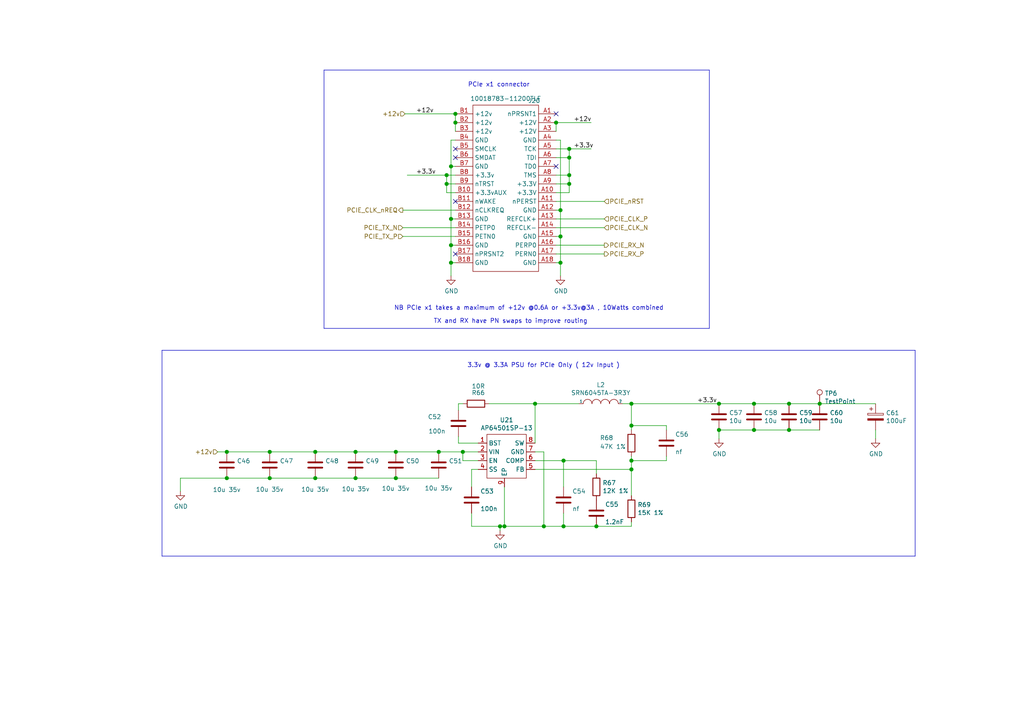
<source format=kicad_sch>
(kicad_sch (version 20230121) (generator eeschema)
  (paper "A4")
  (title_block (title "Compute Module 4 IO Board - PCIe") (rev "1") (company "© 2020-2022 Raspberry Pi Ltd (formerly Raspberry Pi (Trading) Ltd.)") (comment 1 "www.raspberrypi.com"))
  (lib_symbols
    (symbol "CM4IO:AP64351"
      (property "Reference" "U" (at 0 8.89 0))
      (property "Value" "AP64351" (at 1.27 6.35 0))
      (symbol "AP64351_0_1"
        (rectangle (start -5.08 5.08) (end 6.35 -7.62))
      )
      (symbol "AP64351_1_1"
        (pin passive line (at -7.62 2.54 0) (length 2.54) (name "BST") (number "1"))
        (pin power_in line (at -7.62 0 0) (length 2.54) (name "VIN") (number "2"))
        (pin input line (at -7.62 -2.54 0) (length 2.54) (name "EN") (number "3"))
        (pin input line (at -7.62 -5.08 0) (length 2.54) (name "SS") (number "4"))
        (pin input line (at 8.89 -5.08 180) (length 2.54) (name "FB") (number "5"))
        (pin input line (at 8.89 -2.54 180) (length 2.54) (name "COMP") (number "6"))
        (pin power_in line (at 8.89 0 180) (length 2.54) (name "GND") (number "7"))
        (pin output line (at 8.89 2.54 180) (length 2.54) (name "SW") (number "8"))
        (pin passive line (at 0 -10.16 90) (length 2.54) (name "EP") (number "9"))
      )
    )
    (symbol "CM4IO:PCIe-x1"
      (property "Reference" "J" (at -13.97 36.83 0))
      (property "Value" "PCIe-x1" (at -5.08 -13.97 0))
      (symbol "PCIe-x1_0_0"
        (pin passive line (at 10.16 33.02 180) (length 5.08) (name "nPRSNT1") (number "A1"))
        (pin power_in line (at 10.16 10.16 180) (length 5.08) (name "+3.3V") (number "A10"))
        (pin input line (at 10.16 7.62 180) (length 5.08) (name "nPERST") (number "A11"))
        (pin power_in line (at 10.16 5.08 180) (length 5.08) (name "GND") (number "A12"))
        (pin input line (at 10.16 2.54 180) (length 5.08) (name "REFCLK+") (number "A13"))
        (pin input line (at 10.16 0 180) (length 5.08) (name "REFCLK-") (number "A14"))
        (pin power_in line (at 10.16 -2.54 180) (length 5.08) (name "GND") (number "A15"))
        (pin output line (at 10.16 -5.08 180) (length 5.08) (name "PERP0") (number "A16"))
        (pin output line (at 10.16 -7.62 180) (length 5.08) (name "PERN0") (number "A17"))
        (pin power_in line (at 10.16 -10.16 180) (length 5.08) (name "GND") (number "A18"))
        (pin power_in line (at 10.16 30.48 180) (length 5.08) (name "+12V") (number "A2"))
        (pin power_in line (at 10.16 27.94 180) (length 5.08) (name "+12V") (number "A3"))
        (pin power_in line (at 10.16 25.4 180) (length 5.08) (name "GND") (number "A4"))
        (pin input line (at 10.16 22.86 180) (length 5.08) (name "TCK") (number "A5"))
        (pin input line (at 10.16 20.32 180) (length 5.08) (name "TDI") (number "A6"))
        (pin output line (at 10.16 17.78 180) (length 5.08) (name "TD0") (number "A7"))
        (pin input line (at 10.16 15.24 180) (length 5.08) (name "TMS") (number "A8"))
        (pin power_in line (at 10.16 12.7 180) (length 5.08) (name "+3.3V") (number "A9"))
        (pin power_in line (at -19.05 33.02 0) (length 5.08) (name "+12v") (number "B1"))
        (pin power_in line (at -19.05 10.16 0) (length 5.08) (name "+3.3vAUX") (number "B10"))
        (pin open_collector line (at -19.05 7.62 0) (length 5.08) (name "nWAKE") (number "B11"))
        (pin open_collector line (at -19.05 5.08 0) (length 5.08) (name "nCLKREQ") (number "B12"))
        (pin power_in line (at -19.05 2.54 0) (length 5.08) (name "GND") (number "B13"))
        (pin input line (at -19.05 0 0) (length 5.08) (name "PETP0") (number "B14"))
        (pin input line (at -19.05 -2.54 0) (length 5.08) (name "PETN0") (number "B15"))
        (pin power_in line (at -19.05 -5.08 0) (length 5.08) (name "GND") (number "B16"))
        (pin passive line (at -19.05 -7.62 0) (length 5.08) (name "nPRSNT2") (number "B17"))
        (pin power_in line (at -19.05 -10.16 0) (length 5.08) (name "GND") (number "B18"))
        (pin power_in line (at -19.05 30.48 0) (length 5.08) (name "+12v") (number "B2"))
        (pin power_in line (at -19.05 27.94 0) (length 5.08) (name "+12v") (number "B3"))
        (pin power_in line (at -19.05 25.4 0) (length 5.08) (name "GND") (number "B4"))
        (pin passive line (at -19.05 22.86 0) (length 5.08) (name "SMCLK") (number "B5"))
        (pin passive line (at -19.05 20.32 0) (length 5.08) (name "SMDAT") (number "B6"))
        (pin power_in line (at -19.05 17.78 0) (length 5.08) (name "GND") (number "B7"))
        (pin power_in line (at -19.05 15.24 0) (length 5.08) (name "+3.3v") (number "B8"))
        (pin input line (at -19.05 12.7 0) (length 5.08) (name "nTRST") (number "B9"))
      )
      (symbol "PCIe-x1_0_1"
        (rectangle (start -13.97 35.56) (end 5.08 -12.7))
      )
    )
    (symbol "Connector:TestPoint" (pin_numbers hide) (pin_names (offset 0.762) hide)
      (property "Reference" "TP" (at 0 6.858 0))
      (property "Value" "TestPoint" (at 0 5.08 0))
      (symbol "TestPoint_0_1"
        (circle (center 0 3.302) (radius 0.762))
      )
      (symbol "TestPoint_1_1"
        (pin passive line (at 0 0 90) (length 2.54) (name "1") (number "1"))
      )
    )
    (symbol "Device:C" (pin_numbers hide) (pin_names (offset 0.254))
      (property "Reference" "C" (at 0.635 2.54 0))
      (property "Value" "C" (at 0.635 -2.54 0))
      (symbol "C_0_1"
        (polyline (pts (xy -2.032 -0.762) (xy 2.032 -0.762)) (stroke (width 0.508)))
        (polyline (pts (xy -2.032 0.762) (xy 2.032 0.762)) (stroke (width 0.508)))
      )
      (symbol "C_1_1"
        (pin passive line (at 0 3.81 270) (length 2.794) (name "~") (number "1"))
        (pin passive line (at 0 -3.81 90) (length 2.794) (name "~") (number "2"))
      )
    )
    (symbol "Device:CP" (pin_numbers hide) (pin_names (offset 0.254))
      (property "Reference" "C" (at 0.635 2.54 0))
      (property "Value" "CP" (at 0.635 -2.54 0))
      (symbol "CP_0_1"
        (rectangle (start -2.286 0.508) (end 2.286 1.016))
        (polyline (pts (xy -1.778 2.286) (xy -0.762 2.286)))
        (polyline (pts (xy -1.27 2.794) (xy -1.27 1.778)))
        (rectangle (start 2.286 -0.508) (end -2.286 -1.016) (fill (type outline)))
      )
      (symbol "CP_1_1"
        (pin passive line (at 0 3.81 270) (length 2.794) (name "~") (number "1"))
        (pin passive line (at 0 -3.81 90) (length 2.794) (name "~") (number "2"))
      )
    )
    (symbol "Device:R" (pin_numbers hide) (pin_names (offset 0))
      (property "Reference" "R" (at 2.032 0 90))
      (property "Value" "R" (at 0 0 90))
      (symbol "R_0_1"
        (rectangle (start -1.016 -2.54) (end 1.016 2.54) (stroke (width 0.254)))
      )
      (symbol "R_1_1"
        (pin passive line (at 0 3.81 270) (length 1.27) (name "~") (number "1"))
        (pin passive line (at 0 -3.81 90) (length 1.27) (name "~") (number "2"))
      )
    )
    (symbol "power:GND" (power) (pin_names (offset 0))
      (property "Value" "GND" (at 0 -3.81 0))
      (symbol "GND_0_1"
        (polyline (pts (xy 0 0) (xy 0 -1.27) (xy 1.27 -1.27) (xy 0 -2.54) (xy -1.27 -1.27) (xy 0 -1.27)))
      )
      (symbol "GND_1_1"
        (pin power_in line (at 0 0 270) (length 0) hide (name "GND") (number "1"))
      )
    )
    (symbol "pspice:INDUCTOR" (pin_numbers hide) (pin_names (offset 0))
      (property "Reference" "L" (at 0 2.54 0))
      (property "Value" "INDUCTOR" (at 0 -1.27 0))
      (symbol "INDUCTOR_0_1"
        (arc (start -2.54 0) (mid -3.81 1.2645) (end -5.08 0))
        (arc (start 0 0) (mid -1.27 1.2645) (end -2.54 0))
        (arc (start 2.54 0) (mid 1.27 1.2645) (end 0 0))
        (arc (start 5.08 0) (mid 3.81 1.2645) (end 2.54 0))
      )
      (symbol "INDUCTOR_1_1"
        (pin input line (at -6.35 0 0) (length 1.27) (name "1") (number "1"))
        (pin input line (at 6.35 0 180) (length 1.27) (name "2") (number "2"))
      )
    )
  )
  (junction (at 157.734 152.654) (diameter 1.016))
  (junction (at 162.56 60.96) (diameter 1.016))
  (junction (at 163.449 152.654) (diameter 1.016))
  (junction (at 162.56 76.2) (diameter 1.016))
  (junction (at 130.81 76.2) (diameter 1.016))
  (junction (at 228.854 124.714) (diameter 1.016))
  (junction (at 145.034 152.654) (diameter 1.016))
  (junction (at 114.808 131.064) (diameter 1.016))
  (junction (at 127.254 131.064) (diameter 1.016))
  (junction (at 218.694 117.094) (diameter 1.016))
  (junction (at 165.1 50.8) (diameter 1.016))
  (junction (at 91.44 131.064) (diameter 1.016))
  (junction (at 130.81 63.5) (diameter 1.016))
  (junction (at 183.134 136.144) (diameter 1.016))
  (junction (at 114.808 138.684) (diameter 1.016))
  (junction (at 78.232 131.064) (diameter 1.016))
  (junction (at 146.304 152.654) (diameter 1.016))
  (junction (at 65.786 138.684) (diameter 1.016))
  (junction (at 103.124 138.684) (diameter 1.016))
  (junction (at 65.786 131.064) (diameter 1.016))
  (junction (at 228.854 117.094) (diameter 1.016))
  (junction (at 208.534 124.714) (diameter 1.016))
  (junction (at 155.194 117.094) (diameter 1.016))
  (junction (at 172.974 152.654) (diameter 1.016))
  (junction (at 132.08 33.02) (diameter 1.016))
  (junction (at 218.694 124.714) (diameter 1.016))
  (junction (at 103.124 131.064) (diameter 1.016))
  (junction (at 132.08 35.56) (diameter 1.016))
  (junction (at 162.56 68.58) (diameter 1.016))
  (junction (at 78.232 138.684) (diameter 1.016))
  (junction (at 183.134 133.604) (diameter 1.016))
  (junction (at 208.534 117.094) (diameter 1.016))
  (junction (at 129.54 50.8) (diameter 1.016))
  (junction (at 183.134 117.094) (diameter 1.016))
  (junction (at 165.1 43.18) (diameter 1.016))
  (junction (at 91.44 138.684) (diameter 1.016))
  (junction (at 134.239 131.064) (diameter 1.016))
  (junction (at 129.54 53.34) (diameter 1.016))
  (junction (at 165.1 53.34) (diameter 1.016))
  (junction (at 165.1 45.72) (diameter 1.016))
  (junction (at 163.449 133.604) (diameter 1.016))
  (junction (at 161.29 35.56) (diameter 1.016))
  (junction (at 183.134 123.444) (diameter 1.016))
  (junction (at 130.81 71.12) (diameter 1.016))
  (junction (at 237.744 117.094) (diameter 1.016))
  (junction (at 130.81 48.26) (diameter 1.016))
  (no_connect (at 132.08 73.66))
  (no_connect (at 132.08 43.18))
  (no_connect (at 161.29 33.02))
  (no_connect (at 161.29 48.26))
  (no_connect (at 132.08 45.72))
  (no_connect (at 132.08 58.42))
  (wire (pts (xy 91.44 138.684) (xy 103.124 138.684)))
  (wire (pts (xy 161.29 38.1) (xy 161.29 35.56)))
  (wire (pts (xy 127.254 131.064) (xy 134.239 131.064)))
  (wire (pts (xy 163.449 133.604) (xy 163.449 141.224)))
  (wire (pts (xy 132.969 117.094) (xy 134.239 117.094)))
  (wire (pts (xy 183.134 123.444) (xy 193.294 123.444)))
  (wire (pts (xy 161.29 43.18) (xy 165.1 43.18)))
  (wire (pts (xy 132.08 38.1) (xy 132.08 35.56)))
  (wire (pts (xy 183.134 136.144) (xy 183.134 143.764)))
  (wire (pts (xy 163.449 152.654) (xy 172.974 152.654)))
  (wire (pts (xy 136.779 136.144) (xy 136.779 141.224)))
  (wire (pts (xy 161.29 63.5) (xy 175.26 63.5)))
  (wire (pts (xy 130.81 63.5) (xy 130.81 71.12)))
  (wire (pts (xy 132.969 118.999) (xy 132.969 117.094)))
  (wire (pts (xy 130.81 76.2) (xy 130.81 80.01)))
  (wire (pts (xy 183.134 117.094) (xy 208.534 117.094)))
  (wire (pts (xy 134.239 133.604) (xy 138.684 133.604)))
  (wire (pts (xy 130.81 71.12) (xy 130.81 76.2)))
  (wire (pts (xy 132.08 71.12) (xy 130.81 71.12)))
  (wire (pts (xy 180.594 117.094) (xy 183.134 117.094)))
  (polyline (pts (xy 93.98 95.25) (xy 93.98 20.32)) (stroke (width 0) (type solid)))
  (wire (pts (xy 193.294 133.604) (xy 193.294 132.334)))
  (wire (pts (xy 162.56 76.2) (xy 162.56 80.01)))
  (wire (pts (xy 155.194 133.604) (xy 163.449 133.604)))
  (wire (pts (xy 136.779 148.844) (xy 136.779 152.654)))
  (wire (pts (xy 52.324 138.684) (xy 52.324 142.494)))
  (wire (pts (xy 183.134 133.604) (xy 193.294 133.604)))
  (wire (pts (xy 161.29 55.88) (xy 165.1 55.88)))
  (wire (pts (xy 193.294 123.444) (xy 193.294 124.714)))
  (wire (pts (xy 129.54 53.34) (xy 129.54 55.88)))
  (wire (pts (xy 161.29 66.04) (xy 175.26 66.04)))
  (wire (pts (xy 162.56 60.96) (xy 162.56 68.58)))
  (wire (pts (xy 161.29 45.72) (xy 165.1 45.72)))
  (wire (pts (xy 218.694 117.094) (xy 228.854 117.094)))
  (wire (pts (xy 161.29 35.56) (xy 171.45 35.56)))
  (wire (pts (xy 129.54 50.8) (xy 132.08 50.8)))
  (wire (pts (xy 162.56 76.2) (xy 161.29 76.2)))
  (wire (pts (xy 161.29 73.66) (xy 175.26 73.66)))
  (wire (pts (xy 155.194 117.094) (xy 167.894 117.094)))
  (wire (pts (xy 162.56 68.58) (xy 162.56 76.2)))
  (wire (pts (xy 114.808 131.064) (xy 127.254 131.064)))
  (wire (pts (xy 218.694 124.714) (xy 208.534 124.714)))
  (wire (pts (xy 65.786 138.684) (xy 78.232 138.684)))
  (wire (pts (xy 78.232 131.064) (xy 91.44 131.064)))
  (wire (pts (xy 161.29 60.96) (xy 162.56 60.96)))
  (wire (pts (xy 172.974 152.654) (xy 183.134 152.654)))
  (wire (pts (xy 157.734 131.064) (xy 157.734 152.654)))
  (wire (pts (xy 155.194 117.094) (xy 155.194 128.524)))
  (wire (pts (xy 183.134 133.604) (xy 183.134 136.144)))
  (wire (pts (xy 132.08 60.96) (xy 116.84 60.96)))
  (wire (pts (xy 183.134 132.334) (xy 183.134 133.604)))
  (polyline (pts (xy 265.43 101.6) (xy 265.43 161.29)) (stroke (width 0) (type solid)))
  (polyline (pts (xy 93.98 20.32) (xy 205.74 20.32)) (stroke (width 0) (type solid)))
  (wire (pts (xy 183.134 117.094) (xy 183.134 123.444)))
  (wire (pts (xy 237.744 117.094) (xy 253.9492 117.094)))
  (wire (pts (xy 129.54 55.88) (xy 132.08 55.88)))
  (wire (pts (xy 165.1 55.88) (xy 165.1 53.34)))
  (wire (pts (xy 132.08 35.56) (xy 132.08 33.02)))
  (wire (pts (xy 163.449 148.844) (xy 163.449 152.654)))
  (polyline (pts (xy 46.99 101.6) (xy 265.43 101.6)) (stroke (width 0) (type solid)))
  (wire (pts (xy 157.734 152.654) (xy 163.449 152.654)))
  (wire (pts (xy 183.134 123.444) (xy 183.134 124.714)))
  (wire (pts (xy 134.239 131.064) (xy 134.239 133.604)))
  (wire (pts (xy 130.81 40.64) (xy 130.81 48.26)))
  (wire (pts (xy 130.81 48.26) (xy 130.81 63.5)))
  (wire (pts (xy 129.54 53.34) (xy 132.08 53.34)))
  (wire (pts (xy 132.08 63.5) (xy 130.81 63.5)))
  (wire (pts (xy 132.969 128.524) (xy 138.684 128.524)))
  (wire (pts (xy 163.449 133.604) (xy 172.974 133.604)))
  (wire (pts (xy 145.034 152.654) (xy 146.304 152.654)))
  (wire (pts (xy 65.786 131.064) (xy 78.232 131.064)))
  (wire (pts (xy 228.854 117.094) (xy 237.744 117.094)))
  (wire (pts (xy 138.684 136.144) (xy 136.779 136.144)))
  (wire (pts (xy 118.11 50.8) (xy 129.54 50.8)))
  (wire (pts (xy 132.969 126.619) (xy 132.969 128.524)))
  (wire (pts (xy 161.29 40.64) (xy 162.56 40.64)))
  (wire (pts (xy 63.119 131.064) (xy 65.786 131.064)))
  (wire (pts (xy 114.808 138.684) (xy 127.254 138.684)))
  (wire (pts (xy 117.475 33.02) (xy 132.08 33.02)))
  (polyline (pts (xy 46.99 101.6) (xy 46.99 161.29)) (stroke (width 0) (type solid)))
  (wire (pts (xy 208.534 117.094) (xy 218.694 117.094)))
  (wire (pts (xy 161.29 50.8) (xy 165.1 50.8)))
  (wire (pts (xy 132.08 40.64) (xy 130.81 40.64)))
  (wire (pts (xy 165.1 43.18) (xy 165.1 45.72)))
  (wire (pts (xy 237.744 124.714) (xy 228.854 124.714)))
  (polyline (pts (xy 205.74 20.32) (xy 205.74 95.25)) (stroke (width 0) (type solid)))
  (wire (pts (xy 165.1 45.72) (xy 165.1 50.8)))
  (wire (pts (xy 253.9492 124.714) (xy 253.9492 127.254)))
  (wire (pts (xy 52.324 138.684) (xy 65.786 138.684)))
  (wire (pts (xy 129.54 50.8) (xy 129.54 53.34)))
  (wire (pts (xy 146.304 141.224) (xy 146.304 152.654)))
  (wire (pts (xy 103.124 131.064) (xy 114.808 131.064)))
  (wire (pts (xy 183.134 152.654) (xy 183.134 151.384)))
  (wire (pts (xy 136.779 152.654) (xy 145.034 152.654)))
  (wire (pts (xy 132.08 68.58) (xy 116.84 68.58)))
  (wire (pts (xy 208.534 124.714) (xy 208.534 127.254)))
  (wire (pts (xy 155.194 131.064) (xy 157.734 131.064)))
  (wire (pts (xy 78.232 138.684) (xy 91.44 138.684)))
  (wire (pts (xy 165.1 43.18) (xy 171.45 43.18)))
  (wire (pts (xy 145.034 153.924) (xy 145.034 152.654)))
  (wire (pts (xy 228.854 124.714) (xy 218.694 124.714)))
  (wire (pts (xy 161.29 68.58) (xy 162.56 68.58)))
  (wire (pts (xy 103.124 138.684) (xy 114.808 138.684)))
  (wire (pts (xy 172.974 137.414) (xy 172.974 133.604)))
  (wire (pts (xy 91.44 131.064) (xy 103.124 131.064)))
  (wire (pts (xy 162.56 40.64) (xy 162.56 60.96)))
  (wire (pts (xy 132.08 48.26) (xy 130.81 48.26)))
  (wire (pts (xy 146.304 152.654) (xy 157.734 152.654)))
  (polyline (pts (xy 205.74 95.25) (xy 93.98 95.25)) (stroke (width 0) (type solid)))
  (wire (pts (xy 132.08 66.04) (xy 116.84 66.04)))
  (wire (pts (xy 161.29 71.12) (xy 175.26 71.12)))
  (wire (pts (xy 130.81 76.2) (xy 132.08 76.2)))
  (polyline (pts (xy 265.43 161.29) (xy 46.99 161.29)) (stroke (width 0) (type solid)))
  (wire (pts (xy 141.859 117.094) (xy 155.194 117.094)))
  (wire (pts (xy 165.1 50.8) (xy 165.1 53.34)))
  (wire (pts (xy 161.29 53.34) (xy 165.1 53.34)))
  (wire (pts (xy 155.194 136.144) (xy 183.134 136.144)))
  (wire (pts (xy 134.239 131.064) (xy 138.684 131.064)))
  (wire (pts (xy 161.29 58.42) (xy 175.26 58.42)))
  (text "TX and RX have PN swaps to improve routing\n" (at 125.73 93.98 0) (effects (font (size 1.27 1.27)) (justify left bottom)))
  (text "PCIe x1 connector" (at 153.67 25.4 0) (effects (font (size 1.27 1.27)) (justify right bottom)))
  (text "3.3v @ 3.3A PSU for PCIe Only ( 12v Input )\n\n" (at 135.509 108.839 0) (effects (font (size 1.27 1.27)) (justify left bottom)))
  (text "NB PCIe x1 takes a maximum of +12v @0.6A or +3.3v@3A , 10Watts combined" (at 114.3 90.17 0) (effects (font (size 1.27 1.27)) (justify left bottom)))
  (label "+12v" (at 120.65 33.02 0))
  (label "+3.3v" (at 120.65 50.8 0))
  (label "+3.3v" (at 166.37 43.18 0))
  (label "+3.3v" (at 202.184 117.094 0))
  (label "+12v" (at 166.37 35.56 0))
  (hierarchical_label "PCIE_RX_P" (shape output) (at 175.26 73.66 0))
  (hierarchical_label "PCIE_CLK_P" (shape input) (at 175.26 63.5 0))
  (hierarchical_label "PCIE_RX_N" (shape output) (at 175.26 71.12 0))
  (hierarchical_label "PCIE_nRST" (shape input) (at 175.26 58.42 0))
  (hierarchical_label "PCIE_CLK_N" (shape input) (at 175.26 66.04 0))
  (hierarchical_label "+12v" (shape input) (at 63.119 131.064 180))
  (hierarchical_label "+12v" (shape input) (at 117.475 33.02 180))
  (hierarchical_label "PCIE_CLK_nREQ" (shape output) (at 116.84 60.96 180))
  (hierarchical_label "PCIE_TX_N" (shape input) (at 116.84 66.04 180))
  (hierarchical_label "PCIE_TX_P" (shape input) (at 116.84 68.58 180))
  (symbol (lib_id "power:GND") (at 130.81 80.01 0) (unit 1)
    (property "Reference" "#PWR015" (effects hide))
    (property "Value" "GND" (at 130.937 84.4042 0))
    (instances (project "GR-LRR-CONTROL-PCB" (path "" (reference "#PWR065") (unit 1))))
  )
  (symbol (lib_id "power:GND") (at 52.324 142.494 0) (unit 1)
    (property "Reference" "#PWR04" (effects hide))
    (property "Value" "GND" (at 52.451 146.8882 0))
    (instances (project "GR-LRR-CONTROL-PCB" (path "" (reference "#PWR064") (unit 1))))
  )
  (symbol (lib_id "Device:C") (at 208.534 120.904 0) (unit 1)
    (property "Reference" "C30" (at 211.455 119.7356 0) (effects (justify left)))
    (property "Value" "10u" (at 211.455 122.047 0) (effects (justify left)))
    (property "Footprint" "Capacitor_SMD:C_0805_2012Metric" (effects hide))
    (property "Datasheet" "https://search.murata.co.jp/Ceramy/image/img/A01X/G101/ENG/GRM21BR71A106KA73-01.pdf" (effects hide))
    (property "Field5" "490-14381-1-ND" (effects hide))
    (property "Field4" "Digikey" (effects hide))
    (property "Field6" "GRM21BR71A106KA73L" (effects hide))
    (property "Field7" "Murata" (effects hide))
    (property "Part Description" "	10uF 10% 10V Ceramic Capacitor X7R 0805 (2012 Metric)" (effects hide))
    (property "Field8" "111893011" (effects hide))
    (instances (project "GR-LRR-CONTROL-PCB" (path "" (reference "C57") (unit 1))))
  )
  (symbol (lib_id "Device:C") (at 218.694 120.904 0) (unit 1)
    (property "Reference" "C31" (at 221.615 119.7356 0) (effects (justify left)))
    (property "Value" "10u" (at 221.615 122.047 0) (effects (justify left)))
    (property "Footprint" "Capacitor_SMD:C_0805_2012Metric" (effects hide))
    (property "Datasheet" "https://search.murata.co.jp/Ceramy/image/img/A01X/G101/ENG/GRM21BR71A106KA73-01.pdf" (effects hide))
    (property "Field5" "490-14381-1-ND" (effects hide))
    (property "Field4" "Digikey" (effects hide))
    (property "Field6" "GRM21BR71A106KA73L" (effects hide))
    (property "Field7" "Murata" (effects hide))
    (property "Part Description" "	10uF 10% 10V Ceramic Capacitor X7R 0805 (2012 Metric)" (effects hide))
    (property "Field8" "111893011" (effects hide))
    (instances (project "GR-LRR-CONTROL-PCB" (path "" (reference "C58") (unit 1))))
  )
  (symbol (lib_id "Device:C") (at 228.854 120.904 0) (unit 1)
    (property "Reference" "C32" (at 231.775 119.7356 0) (effects (justify left)))
    (property "Value" "10u" (at 231.775 122.047 0) (effects (justify left)))
    (property "Footprint" "Capacitor_SMD:C_0805_2012Metric" (effects hide))
    (property "Datasheet" "https://search.murata.co.jp/Ceramy/image/img/A01X/G101/ENG/GRM21BR71A106KA73-01.pdf" (effects hide))
    (property "Field5" "490-14381-1-ND" (effects hide))
    (property "Field4" "Digikey" (effects hide))
    (property "Field6" "GRM21BR71A106KA73L" (effects hide))
    (property "Field7" "Murata" (effects hide))
    (property "Part Description" "	10uF 10% 10V Ceramic Capacitor X7R 0805 (2012 Metric)" (effects hide))
    (property "Field8" "111893011" (effects hide))
    (instances (project "GR-LRR-CONTROL-PCB" (path "" (reference "C59") (unit 1))))
  )
  (symbol (lib_id "Device:C") (at 237.744 120.904 0) (unit 1)
    (property "Reference" "C33" (at 240.665 119.7356 0) (effects (justify left)))
    (property "Value" "10u" (at 240.665 122.047 0) (effects (justify left)))
    (property "Footprint" "Capacitor_SMD:C_0805_2012Metric" (effects hide))
    (property "Datasheet" "https://search.murata.co.jp/Ceramy/image/img/A01X/G101/ENG/GRM21BR71A106KA73-01.pdf" (effects hide))
    (property "Field5" "490-14381-1-ND" (effects hide))
    (property "Field4" "Digikey" (effects hide))
    (property "Field6" "GRM21BR71A106KA73L" (effects hide))
    (property "Field7" "Murata" (effects hide))
    (property "Part Description" "	10uF 10% 10V Ceramic Capacitor X7R 0805 (2012 Metric)" (effects hide))
    (property "Field8" "111893011" (effects hide))
    (instances (project "GR-LRR-CONTROL-PCB" (path "" (reference "C60") (unit 1))))
  )
  (symbol (lib_id "power:GND") (at 162.56 80.01 0) (unit 1)
    (property "Reference" "#PWR020" (effects hide))
    (property "Value" "GND" (at 162.687 84.4042 0))
    (instances (project "GR-LRR-CONTROL-PCB" (path "" (reference "#PWR067") (unit 1))))
  )
  (symbol (lib_id "Device:R") (at 183.134 147.574 0) (unit 1)
    (property "Reference" "R30" (at 184.912 146.4056 0) (effects (justify left)))
    (property "Value" "15K 1%" (at 184.912 148.717 0) (effects (justify left)))
    (property "Footprint" "Resistor_SMD:R_0402_1005Metric" (effects hide))
    (property "Datasheet" "https://fscdn.rohm.com/en/products/databook/datasheet/passive/resistor/chip_resistor/mcr-e.pdf" (effects hide))
    (property "Field4" "Farnell" (effects hide))
    (property "Field5" "9239375" (effects hide))
    (property "Field6" "MCR01MZPF1502" (effects hide))
    (property "Field7" "Rohm" (effects hide))
    (property "Part Description" "Resistor 15K M1005 1% 63mW" (effects hide))
    (property "Field8" "120891581" (effects hide))
    (instances (project "GR-LRR-CONTROL-PCB" (path "" (reference "R69") (unit 1))))
  )
  (symbol (lib_id "Device:C") (at 172.974 148.844 0) (unit 1)
    (property "Reference" "C64" (at 175.514 146.304 0) (effects (justify left)))
    (property "Value" "1.2nF" (at 175.514 151.384 0) (effects (justify left)))
    (property "Footprint" "Capacitor_SMD:C_0402_1005Metric" (effects hide))
    (property "Datasheet" "http://www.farnell.com/datasheets/2734135.pdf?_ga=2.259347658.1738794919.1588350964-1787849031.1568210898&_gac=1.15394434.1588350964.EAIaIQobChMIgrHHs4yT6QIVxevtCh39TA_nEAAYASAAEgK8PfD_BwE" (effects hide))
    (property "Field4" "Digikey" (effects hide))
    (property "Field5" "490-16429-1-ND" (effects hide))
    (property "Field6" "GCM155R71H122KA37D" (effects hide))
    (property "Field7" "Murata" (effects hide))
    (property "Part Description" "1200pF 10% 10V Ceramic Capacitor X5R 0402 (1005 Metric)" (effects hide))
    (instances (project "GR-LRR-CONTROL-PCB" (path "" (reference "C55") (unit 1))))
  )
  (symbol (lib_id "Device:C") (at 163.449 145.034 0) (unit 1)
    (property "Reference" "C63" (at 165.989 142.494 0) (effects (justify left)))
    (property "Value" "nf" (at 165.989 147.574 0) (effects (justify left)))
    (property "Footprint" "Capacitor_SMD:C_0402_1005Metric" (effects hide))
    (instances (project "GR-LRR-CONTROL-PCB" (path "" (reference "C54") (unit 1))))
  )
  (symbol (lib_id "CM4IO:AP64351") (at 146.304 131.064 0) (unit 1)
    (property "Reference" "U15" (at 146.939 121.8184 0))
    (property "Value" "AP64501SP-13" (at 146.939 124.1298 0))
    (property "Footprint" "CM4IO:SOIC-8-1EP_3.9x4.9mm_P1.27mm_EP2.95x4.9mm_Mask2.71x3.4mm_ThermalVias" (effects hide))
    (property "Datasheet" "https://www.diodes.com/assets/Datasheets/AP64501.pdf" (effects hide))
    (property "Field4" "Digikey" (effects hide))
    (property "Field5" "31-AP64501SP-13CT-ND" (effects hide))
    (property "Field6" "AP64501SP-13" (effects hide))
    (property "Field7" "Diodes" (effects hide))
    (property "Part Description" "Buck Switching Regulator IC Positive Adjustable 0.8V 1 Output 5A 8-SOIC (0.154\", 3.90mm Width) Exposed Pad" (effects hide))
    (instances (project "GR-LRR-CONTROL-PCB" (path "" (reference "U21") (unit 1))))
  )
  (symbol (lib_id "Device:C") (at 132.969 122.809 0) (unit 1)
    (property "Reference" "C29" (at 124.079 120.904 0) (effects (justify left)))
    (property "Value" "100n" (at 124.2314 125.0696 0) (effects (justify left)))
    (property "Footprint" "Capacitor_SMD:C_0402_1005Metric" (effects hide))
    (property "Datasheet" "https://search.murata.co.jp/Ceramy/image/img/A01X/G101/ENG/GRM155R71C104KA88-01.pdf" (effects hide))
    (property "Field4" "Farnell" (effects hide))
    (property "Field5" "2611911" (effects hide))
    (property "Field6" "RM EMK105 B7104KV-F" (effects hide))
    (property "Field7" "TAIYO YUDEN EUROPE GMBH" (effects hide))
    (property "Part Description" "	0.1uF 10% 16V Ceramic Capacitor X7R 0402 (1005 Metric)" (effects hide))
    (property "Field8" "110091611" (effects hide))
    (instances (project "GR-LRR-CONTROL-PCB" (path "" (reference "C52") (unit 1))))
  )
  (symbol (lib_id "Device:C") (at 136.779 145.034 0) (unit 1)
    (property "Reference" "C62" (at 139.319 142.494 0) (effects (justify left)))
    (property "Value" "100n" (at 139.319 147.574 0) (effects (justify left)))
    (property "Footprint" "Capacitor_SMD:C_0402_1005Metric" (effects hide))
    (property "Datasheet" "https://search.murata.co.jp/Ceramy/image/img/A01X/G101/ENG/GRM155R71C104KA88-01.pdf" (effects hide))
    (property "Field4" "Farnell" (effects hide))
    (property "Field5" "2611911" (effects hide))
    (property "Field6" "RM EMK105 B7104KV-F" (effects hide))
    (property "Field7" "TAIYO YUDEN EUROPE GMBH" (effects hide))
    (property "Part Description" "	0.1uF 10% 16V Ceramic Capacitor X7R 0402 (1005 Metric)" (effects hide))
    (property "Field8" "110091611" (effects hide))
    (instances (project "GR-LRR-CONTROL-PCB" (path "" (reference "C53") (unit 1))))
  )
  (symbol (lib_id "power:GND") (at 145.034 153.924 0) (unit 1)
    (property "Reference" "#PWR016" (effects hide))
    (property "Value" "GND" (at 145.161 158.3182 0))
    (instances (project "GR-LRR-CONTROL-PCB" (path "" (reference "#PWR066") (unit 1))))
  )
  (symbol (lib_id "Device:R") (at 138.049 117.094 270) (unit 1)
    (property "Reference" "R22" (at 136.779 113.919 90) (effects (justify left)))
    (property "Value" "10R" (at 136.779 112.014 90) (effects (justify left)))
    (property "Footprint" "Resistor_SMD:R_0402_1005Metric" (effects hide))
    (property "Datasheet" "https://fscdn.rohm.com/en/products/databook/datasheet/passive/resistor/chip_resistor/mcr-e.pdf" (effects hide))
    (property "Field4" "Farnell" (effects hide))
    (property "Field5" "9238999" (effects hide))
    (property "Field7" "Yageo" (effects hide))
    (property "Field6" "RC0402FR-0710RL" (effects hide))
    (property "Field8" "URES00256" (effects hide))
    (property "Part Description" "Resistor 10R M1005 1% 63mW" (effects hide))
    (instances (project "GR-LRR-CONTROL-PCB" (path "" (reference "R66") (unit 1))))
  )
  (symbol (lib_id "Device:C") (at 193.294 128.524 0) (unit 1)
    (property "Reference" "C65" (at 195.834 125.984 0) (effects (justify left)))
    (property "Value" "nf" (at 195.834 131.064 0) (effects (justify left)))
    (property "Footprint" "Capacitor_SMD:C_0402_1005Metric" (effects hide))
    (property "Datasheet" "https://search.murata.co.jp/Ceramy/image/img/A01X/G101/ENG/GJM1555C1H270JB01-01.pdf" (effects hide))
    (property "Field4" "Digikey" (effects hide))
    (property "Field5" "	490-17672-2-ND" (effects hide))
    (property "Field6" "GJM1555C1H270JB01D" (effects hide))
    (property "Field7" "Murata" (effects hide))
    (property "Part Description" "	27pF 5% 50V Ceramic Capacitor C0G, NP0 0402 (1005 Metric)" (effects hide))
    (instances (project "GR-LRR-CONTROL-PCB" (path "" (reference "C56") (unit 1))))
  )
  (symbol (lib_id "pspice:INDUCTOR") (at 174.244 117.094 0) (unit 1)
    (property "Reference" "L3" (at 174.244 111.633 0))
    (property "Value" "SRN6045TA-3R3Y" (at 174.244 113.9444 0))
    (property "Footprint" "Inductor_SMD:L_Bourns_SRN6045TA" (effects hide))
    (property "Datasheet" "https://www.bourns.com/docs/Product-Datasheets/SRN6045TA.pdf" (effects hide))
    (property "Field4" "Farnell" (effects hide))
    (property "Field5" "2616889" (effects hide))
    (property "Field6" "SRN6045TA-3R3Y" (effects hide))
    (property "Field7" "Bourns" (effects hide))
    (property "Part Description" "3.3µH Semi-Shielded Wirewound Inductor 7.8A 21mOhm Nonstandard" (effects hide))
    (instances (project "GR-LRR-CONTROL-PCB" (path "" (reference "L2") (unit 1))))
  )
  (symbol (lib_id "Device:R") (at 172.974 141.224 0) (unit 1)
    (property "Reference" "R23" (at 174.752 140.0556 0) (effects (justify left)))
    (property "Value" "12K 1%" (at 174.752 142.367 0) (effects (justify left)))
    (property "Footprint" "Resistor_SMD:R_0402_1005Metric" (effects hide))
    (property "Datasheet" "https://fscdn.rohm.com/en/products/databook/datasheet/passive/resistor/chip_resistor/mcr-e.pdf" (effects hide))
    (property "Field4" "Farnell" (effects hide))
    (property "Field5" "9239367" (effects hide))
    (property "Field7" "Rohm" (effects hide))
    (property "Field6" "MCR01MZPF1202" (effects hide))
    (property "Part Description" "Resistor 12K M1005 1% 63mW" (effects hide))
    (instances (project "GR-LRR-CONTROL-PCB" (path "" (reference "R67") (unit 1))))
  )
  (symbol (lib_id "Device:R") (at 183.134 128.524 0) (unit 1)
    (property "Reference" "R24" (at 173.99 127 0) (effects (justify left)))
    (property "Value" "47K 1%" (at 173.99 129.54 0) (effects (justify left)))
    (property "Footprint" "Resistor_SMD:R_0402_1005Metric" (effects hide))
    (property "Datasheet" "https://fscdn.rohm.com/en/products/databook/datasheet/passive/resistor/chip_resistor/mcr-e.pdf" (effects hide))
    (property "Field4" "Farnell" (effects hide))
    (property "Field5" "9239430" (effects hide))
    (property "Field7" "KOA EUROPE GMBH" (effects hide))
    (property "Field6" "RK73G1ETQTP4702D  " (effects hide))
    (property "Part Description" "Resistor 47K M1005 1% 63mW" (effects hide))
    (property "Field8" "120892781" (effects hide))
    (instances (project "GR-LRR-CONTROL-PCB" (path "" (reference "R68") (unit 1))))
  )
  (symbol (lib_id "power:GND") (at 208.534 127.254 0) (unit 1)
    (property "Reference" "#PWR022" (effects hide))
    (property "Value" "GND" (at 208.661 131.6482 0))
    (instances (project "GR-LRR-CONTROL-PCB" (path "" (reference "#PWR068") (unit 1))))
  )
  (symbol (lib_id "Connector:TestPoint") (at 237.744 117.094 0) (unit 1)
    (property "Reference" "TP1" (at 239.2172 114.0968 0) (effects (justify left)))
    (property "Value" "TestPoint" (at 239.2172 116.4082 0) (effects (justify left)))
    (property "Footprint" "TestPoint:TestPoint_Pad_2.0x2.0mm" (effects hide))
    (property "Field4" "nf" (effects hide))
    (property "Field5" "nf" (effects hide))
    (property "Field6" "nf" (effects hide))
    (property "Field7" "nf" (effects hide))
    (instances (project "GR-LRR-CONTROL-PCB" (path "" (reference "TP6") (unit 1))))
  )
  (symbol (lib_id "Device:CP") (at 253.9492 120.904 0) (unit 1)
    (property "Reference" "C45" (at 256.9466 119.7614 0) (effects (justify left)))
    (property "Value" "100uF" (at 256.946 122.047 0) (effects (justify left)))
    (property "Footprint" "Capacitor_Tantalum_SMD:CP_EIA-7343-31_Kemet-D" (effects hide))
    (property "Field4" "Mouser" (effects hide))
    (property "Field5" "667-EEF-CX0J101R" (effects hide))
    (property "Part Description" "Capacitor, SP-Cap, 100u, 6.3V, 15mR ESR" (effects hide))
    (instances (project "GR-LRR-CONTROL-PCB" (path "" (reference "C61") (unit 1))))
  )
  (symbol (lib_id "Device:C") (at 127.254 134.874 0) (unit 1)
    (property "Reference" "C44" (at 130.175 133.7056 0) (effects (justify left)))
    (property "Value" "10u 35v" (at 123.1392 141.605 0) (effects (justify left)))
    (property "Footprint" "Capacitor_SMD:C_0805_2012Metric" (effects hide))
    (property "Datasheet" "https://www.murata.com/en-global/products/productdetail.aspx?partno=GRM21BC8YA106ME11%23" (effects hide))
    (property "Field5" "490-10505-1-ND" (effects hide))
    (property "Field4" "Digikey" (effects hide))
    (property "Field6" "GRM21BC8YA106KE11L " (effects hide))
    (property "Field7" "Murata" (effects hide))
    (property "Part Description" "	10uF 10% or 20% 35V Ceramic Capacitor X6S 0805 (2012 Metric)" (effects hide))
    (instances (project "GR-LRR-CONTROL-PCB" (path "" (reference "C51") (unit 1))))
  )
  (symbol (lib_id "Device:C") (at 114.808 134.874 0) (unit 1)
    (property "Reference" "C43" (at 117.729 133.7056 0) (effects (justify left)))
    (property "Value" "10u 35v" (at 110.6932 141.6812 0) (effects (justify left)))
    (property "Footprint" "Capacitor_SMD:C_0805_2012Metric" (effects hide))
    (property "Datasheet" "https://www.murata.com/en-global/products/productdetail.aspx?partno=GRM21BC8YA106ME11%23" (effects hide))
    (property "Field5" "490-10505-1-ND" (effects hide))
    (property "Field4" "Digikey" (effects hide))
    (property "Field6" "GRM21BC8YA106KE11L " (effects hide))
    (property "Field7" "Murata" (effects hide))
    (property "Part Description" "	10uF 10% or 20% 35V Ceramic Capacitor X6S 0805 (2012 Metric)" (effects hide))
    (instances (project "GR-LRR-CONTROL-PCB" (path "" (reference "C50") (unit 1))))
  )
  (symbol (lib_id "Device:C") (at 103.124 134.874 0) (unit 1)
    (property "Reference" "C28" (at 106.045 133.7056 0) (effects (justify left)))
    (property "Value" "10u 35v" (at 99.0854 141.8336 0) (effects (justify left)))
    (property "Footprint" "Capacitor_SMD:C_0805_2012Metric" (effects hide))
    (property "Datasheet" "https://www.murata.com/en-global/products/productdetail.aspx?partno=GRM21BC8YA106ME11%23" (effects hide))
    (property "Field5" "490-10505-1-ND" (effects hide))
    (property "Field4" "Digikey" (effects hide))
    (property "Field6" "GRM21BC8YA106KE11L " (effects hide))
    (property "Field7" "Murata" (effects hide))
    (property "Part Description" "	10uF 10% or 20% 35V Ceramic Capacitor X6S 0805 (2012 Metric)" (effects hide))
    (instances (project "GR-LRR-CONTROL-PCB" (path "" (reference "C49") (unit 1))))
  )
  (symbol (lib_id "Device:C") (at 91.44 134.874 0) (unit 1)
    (property "Reference" "C27" (at 94.361 133.7056 0) (effects (justify left)))
    (property "Value" "10u 35v" (at 87.3252 141.9606 0) (effects (justify left)))
    (property "Footprint" "Capacitor_SMD:C_0805_2012Metric" (effects hide))
    (property "Datasheet" "https://www.murata.com/en-global/products/productdetail.aspx?partno=GRM21BC8YA106ME11%23" (effects hide))
    (property "Field5" "490-10505-1-ND" (effects hide))
    (property "Field4" "Digikey" (effects hide))
    (property "Field6" "GRM21BC8YA106KE11L " (effects hide))
    (property "Field7" "Murata" (effects hide))
    (property "Part Description" "	10uF 10% or 20% 35V Ceramic Capacitor X6S 0805 (2012 Metric)" (effects hide))
    (instances (project "GR-LRR-CONTROL-PCB" (path "" (reference "C48") (unit 1))))
  )
  (symbol (lib_id "Device:C") (at 78.232 134.874 0) (unit 1)
    (property "Reference" "C26" (at 81.153 133.7056 0) (effects (justify left)))
    (property "Value" "10u 35v" (at 74.1426 141.9606 0) (effects (justify left)))
    (property "Footprint" "Capacitor_SMD:C_0805_2012Metric" (effects hide))
    (property "Datasheet" "https://www.murata.com/en-global/products/productdetail.aspx?partno=GRM21BC8YA106ME11%23" (effects hide))
    (property "Field5" "490-10505-1-ND" (effects hide))
    (property "Field4" "Digikey" (effects hide))
    (property "Field6" "GRM21BC8YA106KE11L " (effects hide))
    (property "Field7" "Murata" (effects hide))
    (property "Part Description" "	10uF 10% or 20% 35V Ceramic Capacitor X6S 0805 (2012 Metric)" (effects hide))
    (instances (project "GR-LRR-CONTROL-PCB" (path "" (reference "C47") (unit 1))))
  )
  (symbol (lib_id "Device:C") (at 65.786 134.874 0) (unit 1)
    (property "Reference" "C25" (at 68.707 133.7056 0) (effects (justify left)))
    (property "Value" "10u 35v" (at 61.6966 142.0368 0) (effects (justify left)))
    (property "Footprint" "Capacitor_SMD:C_0805_2012Metric" (effects hide))
    (property "Datasheet" "https://www.murata.com/en-global/products/productdetail.aspx?partno=GRM21BC8YA106ME11%23" (effects hide))
    (property "Field5" "490-10505-1-ND" (effects hide))
    (property "Field4" "Digikey" (effects hide))
    (property "Field6" "GRM21BC8YA106KE11L " (effects hide))
    (property "Field7" "Murata" (effects hide))
    (property "Part Description" "	10uF 10% or 20% 35V Ceramic Capacitor X6S 0805 (2012 Metric)" (effects hide))
    (instances (project "GR-LRR-CONTROL-PCB" (path "" (reference "C46") (unit 1))))
  )
  (symbol (lib_id "CM4IO:PCIe-x1") (at 151.13 66.04 0) (unit 1)
    (property "Reference" "J12" (at 154.94 29.21 0))
    (property "Value" "10018783-11200TLF" (at 146.685 28.6004 0))
    (property "Footprint" "CM4IO:PCIex1-36" (effects hide))
    (property "Datasheet" "https://www.mouser.co.uk/datasheet/2/18/10018783-1525093.pdf" (effects hide))
    (property "Field4" "Mouser" (effects hide))
    (property "Field5" "649-10018783-1200TLF" (effects hide))
    (property "Part Description" "PCI Express/PCI Connectors PCIE THROUGH HOLE 36P" (effects hide))
    (property "Field6" "10018783-11200TLF" (effects hide))
    (property "Field7" "Amphenol FCI" (effects hide))
    (instances (project "GR-LRR-CONTROL-PCB" (path "" (reference "J20") (unit 1))))
  )
  (symbol (lib_id "power:GND") (at 253.9492 127.254 0) (unit 1)
    (property "Reference" "#PWR029" (effects hide))
    (property "Value" "GND" (at 254.0762 131.6482 0))
    (instances (project "GR-LRR-CONTROL-PCB" (path "" (reference "#PWR069") (unit 1))))
  )
)
</source>
